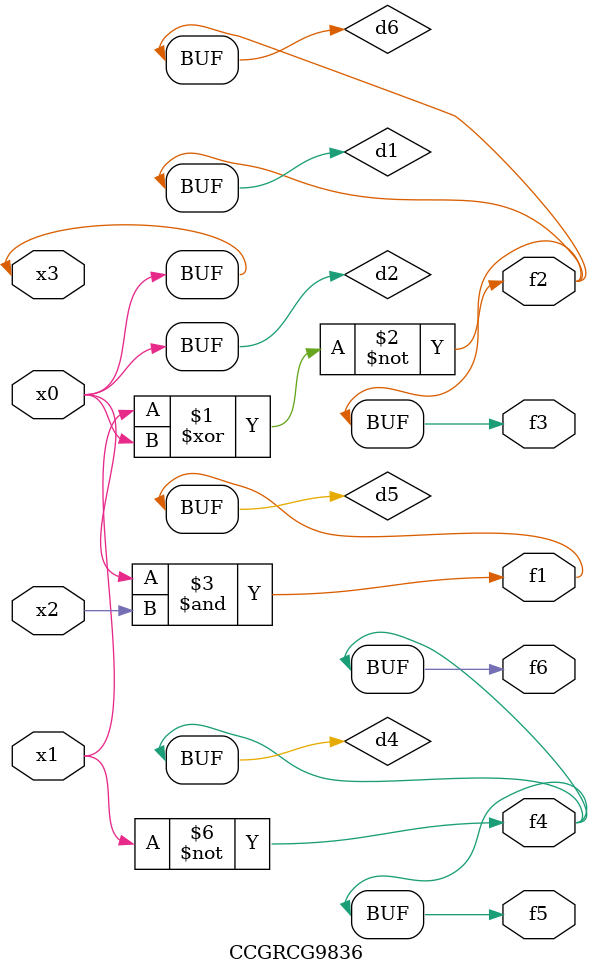
<source format=v>
module CCGRCG9836(
	input x0, x1, x2, x3,
	output f1, f2, f3, f4, f5, f6
);

	wire d1, d2, d3, d4, d5, d6;

	xnor (d1, x1, x3);
	buf (d2, x0, x3);
	nand (d3, x0, x2);
	not (d4, x1);
	nand (d5, d3);
	or (d6, d1);
	assign f1 = d5;
	assign f2 = d6;
	assign f3 = d6;
	assign f4 = d4;
	assign f5 = d4;
	assign f6 = d4;
endmodule

</source>
